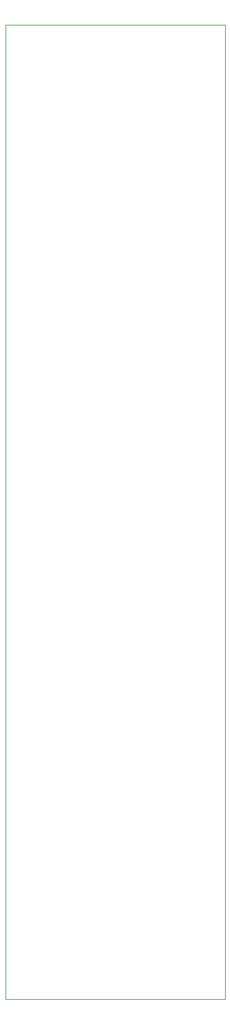
<source format=gm1>
G04 #@! TF.GenerationSoftware,KiCad,Pcbnew,(6.0.0)*
G04 #@! TF.CreationDate,2022-04-04T19:59:42+01:00*
G04 #@! TF.ProjectId,StupidBoxPanel,53747570-6964-4426-9f78-50616e656c2e,rev?*
G04 #@! TF.SameCoordinates,Original*
G04 #@! TF.FileFunction,Profile,NP*
%FSLAX46Y46*%
G04 Gerber Fmt 4.6, Leading zero omitted, Abs format (unit mm)*
G04 Created by KiCad (PCBNEW (6.0.0)) date 2022-04-04 19:59:42*
%MOMM*%
%LPD*%
G01*
G04 APERTURE LIST*
G04 #@! TA.AperFunction,Profile*
%ADD10C,0.050000*%
G04 #@! TD*
G04 APERTURE END LIST*
D10*
X92000000Y-158000000D02*
X62000000Y-158000000D01*
X62000000Y-158000000D02*
X61999999Y-151000001D01*
X92000000Y-25000000D02*
X92000000Y-158000000D01*
X62000000Y-25000000D02*
X61999999Y-151000001D01*
X62000000Y-25000000D02*
X92000000Y-25000000D01*
M02*

</source>
